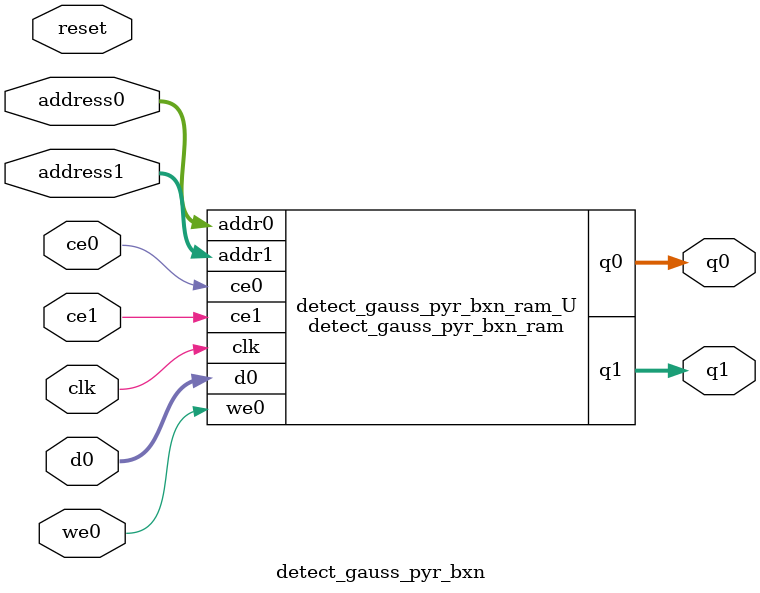
<source format=v>

`timescale 1 ns / 1 ps
module detect_gauss_pyr_bxn_ram (addr0, ce0, d0, we0, q0, addr1, ce1, q1,  clk);

parameter DWIDTH = 26;
parameter AWIDTH = 16;
parameter MEM_SIZE = 65536;

input[AWIDTH-1:0] addr0;
input ce0;
input[DWIDTH-1:0] d0;
input we0;
output reg[DWIDTH-1:0] q0;
input[AWIDTH-1:0] addr1;
input ce1;
output reg[DWIDTH-1:0] q1;
input clk;

(* ram_style = "block" *)reg [DWIDTH-1:0] ram[0:MEM_SIZE-1];




always @(posedge clk)  
begin 
    if (ce0) 
    begin
        if (we0) 
        begin 
            ram[addr0] <= d0; 
            q0 <= d0;
        end 
        else 
            q0 <= ram[addr0];
    end
end


always @(posedge clk)  
begin 
    if (ce1) 
    begin
            q1 <= ram[addr1];
    end
end


endmodule


`timescale 1 ns / 1 ps
module detect_gauss_pyr_bxn(
    reset,
    clk,
    address0,
    ce0,
    we0,
    d0,
    q0,
    address1,
    ce1,
    q1);

parameter DataWidth = 32'd26;
parameter AddressRange = 32'd65536;
parameter AddressWidth = 32'd16;
input reset;
input clk;
input[AddressWidth - 1:0] address0;
input ce0;
input we0;
input[DataWidth - 1:0] d0;
output[DataWidth - 1:0] q0;
input[AddressWidth - 1:0] address1;
input ce1;
output[DataWidth - 1:0] q1;



detect_gauss_pyr_bxn_ram detect_gauss_pyr_bxn_ram_U(
    .clk( clk ),
    .addr0( address0 ),
    .ce0( ce0 ),
    .we0( we0 ),
    .d0( d0 ),
    .q0( q0 ),
    .addr1( address1 ),
    .ce1( ce1 ),
    .q1( q1 ));

endmodule


</source>
